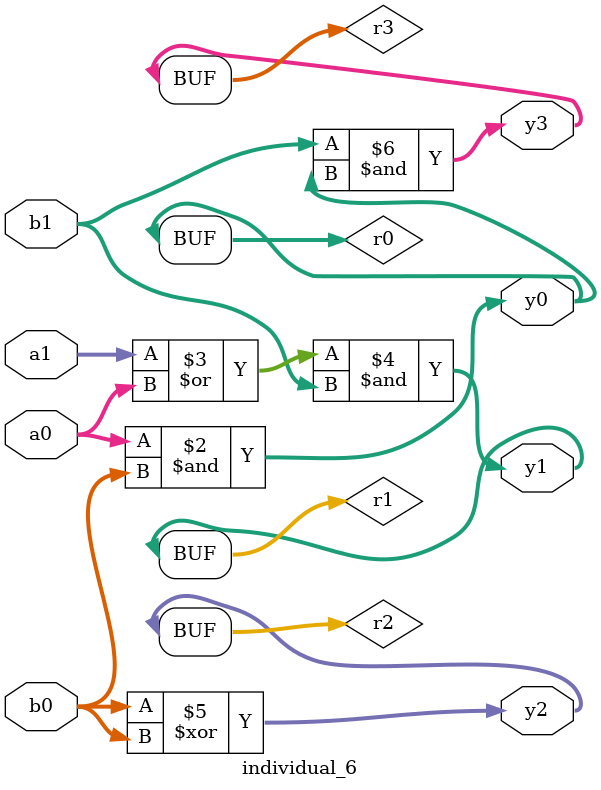
<source format=sv>
module individual_6(input logic [15:0] a1, input logic [15:0] a0, input logic [15:0] b1, input logic [15:0] b0, output logic [15:0] y3, output logic [15:0] y2, output logic [15:0] y1, output logic [15:0] y0);
logic [15:0] r0, r1, r2, r3; 
 always@(*) begin 
	 r0 = a0; r1 = a1; r2 = b0; r3 = b1; 
 	 r0  &=  r2 ;
 	 r1  |=  a0 ;
 	 r1  &=  b1 ;
 	 r2  ^=  r2 ;
 	 r3  &=  r0 ;
 	 y3 = r3; y2 = r2; y1 = r1; y0 = r0; 
end
endmodule
</source>
